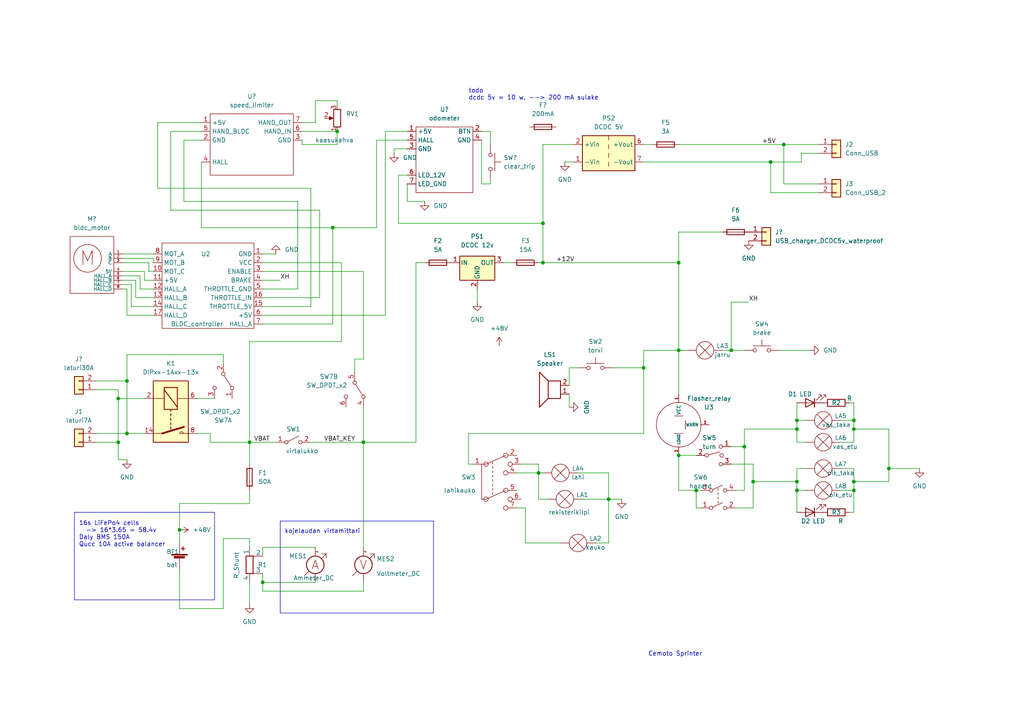
<source format=kicad_sch>
(kicad_sch (version 20230121) (generator eeschema)
  (paper "A4")
  (lib_symbols
    (symbol "Connector_Generic:Conn_01x02" (pin_names (offset 1.016) hide)
      (property "Reference" "J" (at 0 2.54 0))
      (property "Value" "Conn_01x02" (at 0 -5.08 0))
      (symbol "Conn_01x02_1_1"
        (rectangle (start -1.27 -2.413) (end 0 -2.667) (stroke (width 0.1524)))
        (rectangle (start -1.27 0.127) (end 0 -0.127) (stroke (width 0.1524)))
        (rectangle (start -1.27 1.27) (end 1.27 -3.81) (stroke (width 0.254)) (fill (type background)))
        (pin passive line (at -5.08 0 0) (length 3.81) (name "Pin_1") (number "1"))
        (pin passive line (at -5.08 -2.54 0) (length 3.81) (name "Pin_2") (number "2"))
      )
    )
    (symbol "Converter_DCDC:ITX0509SA-H"
      (property "Reference" "PS" (at -7.62 6.35 0))
      (property "Value" "ITX0509SA-H" (at 1.27 6.35 0))
      (symbol "ITX0509SA-H_0_0"
        (pin power_in line (at -10.16 -2.54 0) (length 2.54) (name "-Vin") (number "1"))
        (pin power_in line (at -10.16 2.54 0) (length 2.54) (name "+Vin") (number "2"))
        (pin power_out line (at 10.16 2.54 180) (length 2.54) (name "+Vout") (number "6"))
        (pin power_out line (at 10.16 -2.54 180) (length 2.54) (name "-Vout") (number "7"))
        (pin no_connect line (at 7.62 0 180) (length 2.54) hide (name "NC") (number "8"))
      )
      (symbol "ITX0509SA-H_0_1"
        (rectangle (start -7.62 5.08) (end 7.62 -5.08) (stroke (width 0.254)) (fill (type background)))
        (polyline (pts (xy 0 -2.54) (xy 0 -3.81)))
        (polyline (pts (xy 0 0) (xy 0 -1.27)))
        (polyline (pts (xy 0 2.54) (xy 0 1.27)))
        (polyline (pts (xy 0 5.08) (xy 0 3.81)))
      )
    )
    (symbol "Device:Ammeter_DC" (pin_numbers hide) (pin_names (offset 0.0254) hide)
      (property "Reference" "MES" (at -3.302 1.016 0))
      (property "Value" "Ammeter_DC" (at -3.302 -0.762 0))
      (symbol "Ammeter_DC_0_0"
        (polyline (pts (xy -3.175 -3.175) (xy -1.905 -1.905)))
        (polyline (pts (xy 1.905 1.905) (xy 3.175 3.175)))
        (polyline (pts (xy 1.905 3.175) (xy 3.175 3.175) (xy 3.175 1.905)))
        (text "A" (at 0 0 0) (effects (font (size 2.54 2.54))))
      )
      (symbol "Ammeter_DC_0_1"
        (polyline (pts (xy 0.254 3.81) (xy 0.762 3.81)))
        (polyline (pts (xy 0.508 4.064) (xy 0.508 3.556)))
        (circle (center 0 0) (radius 2.54) (stroke (width 0.254)))
      )
      (symbol "Ammeter_DC_1_1"
        (pin passive line (at 0 -5.08 90) (length 2.54) (name "-") (number "1"))
        (pin passive line (at 0 5.08 270) (length 2.54) (name "+") (number "2"))
      )
    )
    (symbol "Device:Battery_Cell" (pin_numbers hide) (pin_names (offset 0) hide)
      (property "Reference" "BT" (at 2.54 2.54 0))
      (property "Value" "Battery_Cell" (at 2.54 0 0))
      (symbol "Battery_Cell_0_1"
        (rectangle (start -2.286 1.778) (end 2.286 1.524) (fill (type outline)))
        (rectangle (start -1.5748 1.1938) (end 1.4732 0.6858) (fill (type outline)))
        (polyline (pts (xy 0 0.762) (xy 0 0)))
        (polyline (pts (xy 0 1.778) (xy 0 2.54)))
        (polyline (pts (xy 0.508 3.429) (xy 1.524 3.429)) (stroke (width 0.254)))
        (polyline (pts (xy 1.016 3.937) (xy 1.016 2.921)) (stroke (width 0.254)))
      )
      (symbol "Battery_Cell_1_1"
        (pin passive line (at 0 5.08 270) (length 2.54) (name "+") (number "1"))
        (pin passive line (at 0 -2.54 90) (length 2.54) (name "-") (number "2"))
      )
    )
    (symbol "Device:Fuse" (pin_numbers hide) (pin_names (offset 0))
      (property "Reference" "F" (at 2.032 0 90))
      (property "Value" "Fuse" (at -1.905 0 90))
      (symbol "Fuse_0_1"
        (rectangle (start -0.762 -2.54) (end 0.762 2.54) (stroke (width 0.254)))
        (polyline (pts (xy 0 2.54) (xy 0 -2.54)))
      )
      (symbol "Fuse_1_1"
        (pin passive line (at 0 3.81 270) (length 1.27) (name "~") (number "1"))
        (pin passive line (at 0 -3.81 90) (length 1.27) (name "~") (number "2"))
      )
    )
    (symbol "Device:LED" (pin_numbers hide) (pin_names (offset 1.016) hide)
      (property "Reference" "D" (at 0 2.54 0))
      (property "Value" "LED" (at 0 -2.54 0))
      (symbol "LED_0_1"
        (polyline (pts (xy -1.27 -1.27) (xy -1.27 1.27)) (stroke (width 0.254)))
        (polyline (pts (xy -1.27 0) (xy 1.27 0)))
        (polyline (pts (xy 1.27 -1.27) (xy 1.27 1.27) (xy -1.27 0) (xy 1.27 -1.27)) (stroke (width 0.254)))
        (polyline (pts (xy -3.048 -0.762) (xy -4.572 -2.286) (xy -3.81 -2.286) (xy -4.572 -2.286) (xy -4.572 -1.524)))
        (polyline (pts (xy -1.778 -0.762) (xy -3.302 -2.286) (xy -2.54 -2.286) (xy -3.302 -2.286) (xy -3.302 -1.524)))
      )
      (symbol "LED_1_1"
        (pin passive line (at -3.81 0 0) (length 2.54) (name "K") (number "1"))
        (pin passive line (at 3.81 0 180) (length 2.54) (name "A") (number "2"))
      )
    )
    (symbol "Device:Lamp" (pin_numbers hide) (pin_names (offset 0.0254) hide)
      (property "Reference" "LA" (at 0.635 3.81 0))
      (property "Value" "Lamp" (at 0.635 -3.81 0))
      (symbol "Lamp_0_1"
        (polyline (pts (xy -1.778 1.778) (xy 1.778 -1.778)))
        (polyline (pts (xy 1.778 1.778) (xy -1.778 -1.778)))
        (circle (center 0 0) (radius 2.54))
      )
      (symbol "Lamp_1_1"
        (pin passive line (at 0 -5.08 90) (length 2.54) (name "-") (number "1"))
        (pin passive line (at 0 5.08 270) (length 2.54) (name "+") (number "2"))
      )
    )
    (symbol "Device:R" (pin_numbers hide) (pin_names (offset 0))
      (property "Reference" "R" (at 2.032 0 90))
      (property "Value" "R" (at 0 0 90))
      (symbol "R_0_1"
        (rectangle (start -1.016 -2.54) (end 1.016 2.54) (stroke (width 0.254)))
      )
      (symbol "R_1_1"
        (pin passive line (at 0 3.81 270) (length 1.27) (name "~") (number "1"))
        (pin passive line (at 0 -3.81 90) (length 1.27) (name "~") (number "2"))
      )
    )
    (symbol "Device:R_Potentiometer" (pin_names (offset 1.016) hide)
      (property "Reference" "RV" (at -4.445 0 90))
      (property "Value" "R_Potentiometer" (at -2.54 0 90))
      (symbol "R_Potentiometer_0_1"
        (polyline (pts (xy 2.54 0) (xy 1.524 0)))
        (polyline (pts (xy 1.143 0) (xy 2.286 0.508) (xy 2.286 -0.508) (xy 1.143 0)) (fill (type outline)))
        (rectangle (start 1.016 2.54) (end -1.016 -2.54) (stroke (width 0.254)))
      )
      (symbol "R_Potentiometer_1_1"
        (pin passive line (at 0 3.81 270) (length 1.27) (name "1") (number "1"))
        (pin passive line (at 3.81 0 180) (length 1.27) (name "2") (number "2"))
        (pin passive line (at 0 -3.81 90) (length 1.27) (name "3") (number "3"))
      )
    )
    (symbol "Device:R_Shunt" (pin_numbers hide) (pin_names (offset 0))
      (property "Reference" "R" (at -4.445 0 90))
      (property "Value" "R_Shunt" (at -2.54 0 90))
      (symbol "R_Shunt_0_1"
        (rectangle (start -1.016 -2.54) (end 1.016 2.54) (stroke (width 0.254)))
        (polyline (pts (xy 0 -2.54) (xy 1.27 -2.54)))
        (polyline (pts (xy 1.27 2.54) (xy 0 2.54)))
      )
      (symbol "R_Shunt_1_1"
        (pin passive line (at 0 5.08 270) (length 2.54) (name "1") (number "1"))
        (pin passive line (at 3.81 2.54 180) (length 2.54) (name "2") (number "2"))
        (pin passive line (at 3.81 -2.54 180) (length 2.54) (name "3") (number "3"))
        (pin passive line (at 0 -5.08 90) (length 2.54) (name "4") (number "4"))
      )
    )
    (symbol "Device:Speaker" (pin_names (offset 0) hide)
      (property "Reference" "LS" (at 1.27 5.715 0))
      (property "Value" "Speaker" (at 1.27 3.81 0))
      (symbol "Speaker_0_0"
        (rectangle (start -2.54 1.27) (end 1.016 -3.81) (stroke (width 0.254)))
        (polyline (pts (xy 1.016 1.27) (xy 3.556 3.81) (xy 3.556 -6.35) (xy 1.016 -3.81)) (stroke (width 0.254)))
      )
      (symbol "Speaker_1_1"
        (pin input line (at -5.08 0 0) (length 2.54) (name "1") (number "1"))
        (pin input line (at -5.08 -2.54 0) (length 2.54) (name "2") (number "2"))
      )
    )
    (symbol "Device:Voltmeter_DC" (pin_numbers hide) (pin_names (offset 0.0254) hide)
      (property "Reference" "MES" (at -3.302 1.016 0))
      (property "Value" "Voltmeter_DC" (at -3.302 -0.762 0))
      (symbol "Voltmeter_DC_0_0"
        (polyline (pts (xy -3.175 -3.175) (xy -1.905 -1.905)))
        (polyline (pts (xy 1.905 1.905) (xy 3.175 3.175)))
        (polyline (pts (xy 1.905 3.175) (xy 3.175 3.175) (xy 3.175 1.905)))
        (text "V" (at 0 0 0) (effects (font (size 2.54 2.54))))
      )
      (symbol "Voltmeter_DC_0_1"
        (polyline (pts (xy 0.254 3.81) (xy 0.762 3.81)))
        (polyline (pts (xy 0.508 4.064) (xy 0.508 3.556)))
        (circle (center 0 0) (radius 2.54) (stroke (width 0.254)))
      )
      (symbol "Voltmeter_DC_1_1"
        (pin passive line (at 0 -5.08 90) (length 2.54) (name "-") (number "1"))
        (pin passive line (at 0 5.08 270) (length 2.54) (name "+") (number "2"))
      )
    )
    (symbol "Regulator_Switching:R-78C12-1.0" (pin_names (offset 0.254))
      (property "Reference" "U" (at -3.81 3.175 0))
      (property "Value" "R-78C12-1.0" (at 0 3.175 0))
      (symbol "R-78C12-1.0_0_1"
        (rectangle (start -5.08 1.905) (end 5.08 -5.08) (stroke (width 0.254)) (fill (type background)))
      )
      (symbol "R-78C12-1.0_1_1"
        (pin power_in line (at -7.62 0 0) (length 2.54) (name "IN") (number "1"))
        (pin power_in line (at 0 -7.62 90) (length 2.54) (name "GND") (number "2"))
        (pin power_out line (at 7.62 0 180) (length 2.54) (name "OUT") (number "3"))
      )
    )
    (symbol "Relay:DIPxx-1Axx-13x"
      (property "Reference" "K" (at 8.89 3.81 0))
      (property "Value" "DIPxx-1Axx-13x" (at 8.89 1.27 0))
      (symbol "DIPxx-1Axx-13x_0_0"
        (polyline (pts (xy 5.08 5.08) (xy 5.08 2.54) (xy 4.445 3.175) (xy 5.08 3.81)))
      )
      (symbol "DIPxx-1Axx-13x_0_1"
        (rectangle (start -10.16 5.08) (end 7.62 -5.08) (stroke (width 0.254)) (fill (type background)))
        (rectangle (start -8.255 1.905) (end -1.905 -1.905) (stroke (width 0.254)))
        (polyline (pts (xy -7.62 -1.905) (xy -2.54 1.905)) (stroke (width 0.254)))
        (polyline (pts (xy -5.08 -5.08) (xy -5.08 -1.905)))
        (polyline (pts (xy -5.08 5.08) (xy -5.08 1.905)))
        (polyline (pts (xy -1.905 0) (xy -1.27 0)) (stroke (width 0.254)))
        (polyline (pts (xy -0.635 0) (xy 0 0)) (stroke (width 0.254)))
        (polyline (pts (xy 0.635 0) (xy 1.27 0)) (stroke (width 0.254)))
        (polyline (pts (xy 1.905 0) (xy 2.54 0)) (stroke (width 0.254)))
        (polyline (pts (xy 3.175 0) (xy 3.81 0)) (stroke (width 0.254)))
        (polyline (pts (xy 5.08 -2.54) (xy 3.175 3.81)) (stroke (width 0.508)))
        (polyline (pts (xy 5.08 -2.54) (xy 5.08 -5.08)))
      )
      (symbol "DIPxx-1Axx-13x_1_1"
        (pin passive line (at 5.08 -7.62 90) (length 2.54) (name "~") (number "14"))
        (pin passive line (at -5.08 -7.62 90) (length 2.54) (name "~") (number "2"))
        (pin passive line (at -5.08 7.62 270) (length 2.54) (name "~") (number "6"))
        (pin passive line (at 5.08 7.62 270) (length 2.54) (name "~") (number "8"))
      )
    )
    (symbol "Switch:SW_DPDT_x2" (pin_names (offset 0) hide)
      (property "Reference" "SW" (at 0 4.318 0))
      (property "Value" "SW_DPDT_x2" (at 0 -5.08 0))
      (symbol "SW_DPDT_x2_0_0"
        (circle (center -2.032 0) (radius 0.508))
        (circle (center 2.032 -2.54) (radius 0.508))
      )
      (symbol "SW_DPDT_x2_0_1"
        (polyline (pts (xy -1.524 0.254) (xy 1.651 2.286)))
        (circle (center 2.032 2.54) (radius 0.508))
      )
      (symbol "SW_DPDT_x2_1_1"
        (pin passive line (at 5.08 2.54 180) (length 2.54) (name "A") (number "1"))
        (pin passive line (at -5.08 0 0) (length 2.54) (name "B") (number "2"))
        (pin passive line (at 5.08 -2.54 180) (length 2.54) (name "C") (number "3"))
      )
      (symbol "SW_DPDT_x2_2_1"
        (pin passive line (at 5.08 2.54 180) (length 2.54) (name "A") (number "4"))
        (pin passive line (at -5.08 0 0) (length 2.54) (name "B") (number "5"))
        (pin passive line (at 5.08 -2.54 180) (length 2.54) (name "C") (number "6"))
      )
    )
    (symbol "Switch:SW_DPST" (pin_names (offset 0) hide)
      (property "Reference" "SW" (at 0 5.08 0))
      (property "Value" "SW_DPST" (at 0 -5.08 0))
      (symbol "SW_DPST_0_0"
        (circle (center -2.032 -2.54) (radius 0.508))
        (circle (center -2.032 2.54) (radius 0.508))
        (polyline (pts (xy -1.524 -2.286) (xy 1.27 -1.016)))
        (polyline (pts (xy -1.524 2.794) (xy 1.27 4.064)))
        (polyline (pts (xy 0 -1.27) (xy 0 -0.635)))
        (polyline (pts (xy 0 0) (xy 0 0.635)))
        (polyline (pts (xy 0 1.27) (xy 0 1.905)))
        (polyline (pts (xy 0 2.54) (xy 0 3.175)))
        (circle (center 2.032 -2.54) (radius 0.508))
        (circle (center 2.032 2.54) (radius 0.508))
      )
      (symbol "SW_DPST_1_1"
        (pin passive line (at -5.08 -2.54 0) (length 2.54) (name "1") (number "1"))
        (pin passive line (at 5.08 -2.54 180) (length 2.54) (name "2") (number "2"))
        (pin passive line (at -5.08 2.54 0) (length 2.54) (name "3") (number "3"))
        (pin passive line (at 5.08 2.54 180) (length 2.54) (name "4") (number "4"))
      )
    )
    (symbol "Switch:SW_Push" (pin_numbers hide) (pin_names (offset 1.016) hide)
      (property "Reference" "SW" (at 1.27 2.54 0))
      (property "Value" "SW_Push" (at 0 -1.524 0))
      (symbol "SW_Push_0_1"
        (circle (center -2.032 0) (radius 0.508))
        (polyline (pts (xy 0 1.27) (xy 0 3.048)))
        (polyline (pts (xy 2.54 1.27) (xy -2.54 1.27)))
        (circle (center 2.032 0) (radius 0.508))
        (pin passive line (at -5.08 0 0) (length 2.54) (name "1") (number "1"))
        (pin passive line (at 5.08 0 180) (length 2.54) (name "2") (number "2"))
      )
    )
    (symbol "Switch:SW_SPDT_MSM" (pin_names (offset 0) hide)
      (property "Reference" "SW" (at 0 5.08 0))
      (property "Value" "SW_SPDT_MSM" (at 0 -5.08 0))
      (symbol "SW_SPDT_MSM_0_0"
        (circle (center -2.032 0) (radius 0.508))
        (polyline (pts (xy -1.524 0.127) (xy 1.778 1.016)))
        (circle (center 2.032 -2.54) (radius 0.508))
      )
      (symbol "SW_SPDT_MSM_0_1"
        (circle (center 2.032 2.54) (radius 0.508))
        (circle (center 2.286 0) (radius 0.508))
      )
      (symbol "SW_SPDT_MSM_1_1"
        (pin passive line (at 5.08 2.54 180) (length 2.54) (name "1") (number "1"))
        (pin passive line (at -5.08 0 0) (length 2.54) (name "2") (number "2"))
        (pin passive line (at 5.08 -2.54 180) (length 2.54) (name "3") (number "3"))
      )
    )
    (symbol "Switch:SW_SPST" (pin_names (offset 0) hide)
      (property "Reference" "SW" (at 0 3.175 0))
      (property "Value" "SW_SPST" (at 0 -2.54 0))
      (symbol "SW_SPST_0_0"
        (circle (center -2.032 0) (radius 0.508))
        (polyline (pts (xy -1.524 0.254) (xy 1.524 1.778)))
        (circle (center 2.032 0) (radius 0.508))
      )
      (symbol "SW_SPST_1_1"
        (pin passive line (at -5.08 0 0) (length 2.54) (name "A") (number "1"))
        (pin passive line (at 5.08 0 180) (length 2.54) (name "B") (number "2"))
      )
    )
    (symbol "cemoto:BLDC_controller"
      (property "Reference" "U2" (at 0 7.62 0))
      (property "Value" "BLDC_controller" (at -2.54 -12.7 0))
      (symbol "BLDC_controller_0_1"
        (rectangle (start -12.7 10.795) (end 13.97 -13.97))
      )
      (symbol "BLDC_controller_1_1"
        (pin power_in line (at 16.51 7.62 180) (length 2.54) (name "GND") (number "1"))
        (pin power_out line (at -15.24 2.54 0) (length 2.54) (name "MOT_C") (number "10"))
        (pin output line (at -15.24 0 0) (length 2.54) (name "+5V") (number "11"))
        (pin input line (at -15.24 -2.54 0) (length 2.54) (name "HALL_A") (number "12"))
        (pin input line (at -15.24 -5.08 0) (length 2.54) (name "HALL_B") (number "13"))
        (pin input line (at -15.24 -7.62 0) (length 2.54) (name "HALL_C") (number "14"))
        (pin output line (at 16.51 -7.62 180) (length 2.54) (name "THROTTLE_5V") (number "15"))
        (pin input line (at 16.51 -5.08 180) (length 2.54) (name "THROTTLE_IN") (number "16"))
        (pin input line (at -15.24 -10.16 0) (length 2.54) (name "HALL_D") (number "17"))
        (pin power_in line (at 16.51 5.08 180) (length 2.54) (name "VCC") (number "2"))
        (pin input line (at 16.51 2.54 180) (length 2.54) (name "ENABLE") (number "3"))
        (pin input line (at 16.51 0 180) (length 2.54) (name "BRAKE") (number "4"))
        (pin output line (at 16.51 -2.54 180) (length 2.54) (name "THROTTLE_GND") (number "5"))
        (pin output line (at 16.51 -10.16 180) (length 2.54) (name "+5V") (number "6"))
        (pin output line (at 16.51 -12.7 180) (length 2.54) (name "HALL_A") (number "7"))
        (pin power_out line (at -15.24 7.62 0) (length 2.54) (name "MOT_A") (number "8"))
        (pin power_out line (at -15.24 5.08 0) (length 2.54) (name "MOT_B") (number "9"))
      )
    )
    (symbol "cemoto:Flasher_relay"
      (property "Reference" "U" (at -3.81 0 0))
      (property "Value" "Flasher_relay" (at -7.62 7.62 0))
      (symbol "Flasher_relay_0_1"
        (polyline (pts (xy -1.27 -2.54) (xy 1.27 -2.54)))
        (polyline (pts (xy 1.27 2.54) (xy -1.27 2.54)))
        (polyline (pts (xy 1.905 1.27) (xy 1.905 -1.27)))
        (circle (center 0 0) (radius 6.4758))
      )
      (symbol "Flasher_relay_1_1"
        (pin power_in line (at 0 8.89 270) (length 2.54) (name "VCC") (number "1"))
        (pin power_out line (at 0 -8.89 90) (length 2.54) (name "LOAD") (number "2"))
        (pin power_in line (at 8.89 0 180) (length 2.54) (name "WARN") (number "3"))
      )
    )
    (symbol "cemoto:Rotary2x3"
      (property "Reference" "SW" (at 1.27 8.255 0))
      (property "Value" "Rotary2x3" (at 1.27 10.795 0))
      (symbol "Rotary2x3_0_0"
        (polyline (pts (xy -2.54 -6.35) (xy -2.54 3.81)))
      )
      (symbol "Rotary2x3_0_1"
        (circle (center -1.27 -6.35) (radius 0.635))
        (circle (center -1.27 3.81) (radius 0.635))
        (polyline (pts (xy -1.27 -6.35) (xy -2.54 -6.35)))
        (polyline (pts (xy -1.27 -6.35) (xy 4.445 -3.81)))
        (polyline (pts (xy -1.27 3.81) (xy -2.54 3.81)))
        (polyline (pts (xy -1.27 3.81) (xy 4.445 6.35)))
        (polyline (pts (xy 0.635 -5.08) (xy 0.635 -4.445)))
        (polyline (pts (xy 0.635 -3.81) (xy 0.635 -3.175)))
        (polyline (pts (xy 0.635 -2.54) (xy 0.635 -1.905)))
        (polyline (pts (xy 0.635 -1.27) (xy 0.635 -0.635)))
        (polyline (pts (xy 0.635 0) (xy 0.635 0.635)))
        (polyline (pts (xy 0.635 1.27) (xy 0.635 1.905)))
        (polyline (pts (xy 0.635 2.54) (xy 0.635 3.175)))
        (polyline (pts (xy 0.635 3.81) (xy 0.635 4.445)))
        (circle (center 4.445 -8.89) (radius 0.635))
        (circle (center 4.445 -3.81) (radius 0.635))
        (circle (center 4.445 1.27) (radius 0.635))
        (circle (center 4.445 6.35) (radius 0.635))
        (circle (center 5.715 -6.35) (radius 0.635))
        (circle (center 5.715 3.81) (radius 0.635))
      )
      (symbol "Rotary2x3_1_1"
        (pin input line (at -5.08 3.81 0) (length 2.54) (name "") (number "1"))
        (pin output line (at 7.62 6.35 180) (length 2.54) (name "") (number "2"))
        (pin output line (at 8.89 3.81 180) (length 2.54) (name "") (number "3"))
        (pin output line (at 7.62 1.27 180) (length 2.54) (name "") (number "4"))
        (pin output line (at 7.62 -3.81 180) (length 2.54) (name "") (number "5"))
        (pin output line (at 8.89 -6.35 180) (length 2.54) (name "") (number "6"))
        (pin output line (at 7.62 -8.89 180) (length 2.54) (name "") (number "7"))
      )
    )
    (symbol "cemoto:bldc_motor"
      (property "Reference" "M" (at -2.54 -5.08 0))
      (property "Value" "bldc_motor" (at 1.27 5.08 0))
      (symbol "bldc_motor_0_0"
        (rectangle (start 7.62 6.35) (end -5.08 -10.16))
        (text "M" (at 0 0 0) (effects (font (size 4 4))))
      )
      (symbol "bldc_motor_0_1"
        (circle (center 0 0) (radius 4.0161))
      )
      (symbol "bldc_motor_1_1"
        (pin bidirectional line (at 10.16 1.27 180) (length 2.54) (name "A") (number "1"))
        (pin bidirectional line (at 10.16 0 180) (length 2.54) (name "B") (number "2"))
        (pin bidirectional line (at 10.16 -1.27 180) (length 2.54) (name "C") (number "3"))
        (pin input line (at 10.16 -3.81 180) (length 2.54) (name "5V") (number "4"))
        (pin output line (at 10.16 -5.08 180) (length 2.54) (name "HALL_A") (number "5"))
        (pin output line (at 10.16 -6.35 180) (length 2.54) (name "HALL_B") (number "6"))
        (pin output line (at 10.16 -7.62 180) (length 2.54) (name "HALL_C") (number "7"))
        (pin output line (at 10.16 -8.89 180) (length 2.54) (name "HALL_D") (number "8"))
      )
    )
    (symbol "cemoto:odometer"
      (property "Reference" "U" (at 0 0 0))
      (property "Value" "odometer" (at 0 -1.27 0))
      (symbol "odometer_0_1"
        (polyline (pts (xy -8.89 8.89) (xy -8.89 -10.16) (xy 7.62 -10.16) (xy 7.62 8.89) (xy -8.89 8.89)))
      )
      (symbol "odometer_1_1"
        (pin input line (at -11.43 7.62 0) (length 2.54) (name "+5V") (number "1"))
        (pin input line (at 10.16 7.62 180) (length 2.54) (name "BTN") (number "2"))
        (pin input line (at -11.43 2.54 0) (length 2.54) (name "GND") (number "3"))
        (pin input line (at 10.16 5.08 180) (length 2.54) (name "GND") (number "4"))
        (pin input line (at -11.43 5.08 0) (length 2.54) (name "HALL") (number "5"))
        (pin input line (at -11.43 -5.08 0) (length 2.54) (name "LED_12V") (number "6"))
        (pin input line (at -11.43 -7.62 0) (length 2.54) (name "LED_GND") (number "7"))
      )
    )
    (symbol "cemoto:speed_limiter"
      (property "Reference" "U" (at 2.54 -5.08 0))
      (property "Value" "speed_limiter" (at 0 -1.27 0))
      (symbol "speed_limiter_0_1"
        (polyline (pts (xy -12.7 8.89) (xy -12.7 -8.89) (xy 11.43 -8.89) (xy 11.43 8.89) (xy -12.7 8.89)))
      )
      (symbol "speed_limiter_1_1"
        (pin input line (at -15.24 6.35 0) (length 2.54) (name "+5V") (number "1"))
        (pin input line (at -15.24 1.27 0) (length 2.54) (name "GND") (number "2"))
        (pin output line (at 13.97 1.27 180) (length 2.54) (name "GND") (number "3"))
        (pin input line (at -15.24 -5.08 0) (length 2.54) (name "HALL") (number "4"))
        (pin output line (at -15.24 3.81 0) (length 2.54) (name "HAND_BLDC") (number "5"))
        (pin input line (at 13.97 3.81 180) (length 2.54) (name "HAND_IN") (number "6"))
        (pin output line (at 13.97 6.35 180) (length 2.54) (name "HAND_OUT") (number "7"))
      )
    )
    (symbol "power:+48V" (power) (pin_names (offset 0))
      (property "Value" "+48V" (at 0 3.556 0))
      (symbol "+48V_0_1"
        (polyline (pts (xy -0.762 1.27) (xy 0 2.54)))
        (polyline (pts (xy 0 0) (xy 0 2.54)))
        (polyline (pts (xy 0 2.54) (xy 0.762 1.27)))
      )
      (symbol "+48V_1_1"
        (pin power_in line (at 0 0 90) (length 0) hide (name "+48V") (number "1"))
      )
    )
    (symbol "power:GND" (power) (pin_names (offset 0))
      (property "Value" "GND" (at 0 -3.81 0))
      (symbol "GND_0_1"
        (polyline (pts (xy 0 0) (xy 0 -1.27) (xy 1.27 -1.27) (xy 0 -2.54) (xy -1.27 -1.27) (xy 0 -1.27)))
      )
      (symbol "GND_1_1"
        (pin power_in line (at 0 0 270) (length 0) hide (name "GND") (number "1"))
      )
    )
  )
  (junction (at 247.65 142.24))
  (junction (at 36.83 110.49))
  (junction (at 247.65 121.92))
  (junction (at 231.14 139.7))
  (junction (at 223.52 46.99))
  (junction (at 218.44 139.7))
  (junction (at 196.85 132.08))
  (junction (at 52.07 153.67))
  (junction (at 34.29 115.57))
  (junction (at 196.85 76.2))
  (junction (at 96.52 66.04))
  (junction (at 231.14 142.24))
  (junction (at 157.48 76.2))
  (junction (at 247.65 124.46))
  (junction (at 215.9 129.54))
  (junction (at 257.81 135.89))
  (junction (at 72.39 128.27))
  (junction (at 186.69 106.68))
  (junction (at 105.41 128.27))
  (junction (at 212.09 101.6))
  (junction (at 201.93 142.24))
  (junction (at 176.53 144.78))
  (junction (at 76.2 168.91))
  (junction (at 97.79 38.1))
  (junction (at 227.33 41.91))
  (junction (at 36.83 125.73))
  (junction (at 231.14 124.46))
  (junction (at 156.21 137.16))
  (junction (at 157.48 64.77))
  (junction (at 247.65 139.7))
  (junction (at 34.29 128.27))
  (junction (at 231.14 121.92))
  (junction (at 196.85 101.6))
  (wire (pts (xy 52.07 146.05) (xy 72.39 146.05)))
  (wire (pts (xy 96.52 66.04) (xy 96.52 93.98)))
  (wire (pts (xy 247.65 139.7) (xy 257.81 139.7)))
  (wire (pts (xy 142.24 53.34) (xy 142.24 52.07)))
  (wire (pts (xy 36.83 83.82) (xy 36.83 91.44)))
  (wire (pts (xy 86.36 83.82) (xy 86.36 58.42)))
  (wire (pts (xy 223.52 55.88) (xy 237.49 55.88)))
  (wire (pts (xy 196.85 132.08) (xy 201.93 132.08)))
  (wire (pts (xy 35.56 74.93) (xy 44.45 74.93)))
  (wire (pts (xy 76.2 86.36) (xy 92.71 86.36)))
  (wire (pts (xy 218.44 139.7) (xy 218.44 134.62)))
  (wire (pts (xy 49.53 60.96) (xy 92.71 60.96)))
  (wire (pts (xy 149.86 137.16) (xy 156.21 137.16)))
  (wire (pts (xy 223.52 55.88) (xy 223.52 46.99)))
  (wire (pts (xy 196.85 101.6) (xy 199.39 101.6)))
  (wire (pts (xy 52.07 153.67) (xy 52.07 146.05)))
  (wire (pts (xy 120.65 76.2) (xy 123.19 76.2)))
  (wire (pts (xy 157.48 41.91) (xy 157.48 64.77)))
  (polyline (pts (xy 62.23 148.59) (xy 62.23 173.99)))
  (wire (pts (xy 247.65 124.46) (xy 257.81 124.46)))
  (wire (pts (xy 168.91 144.78) (xy 176.53 144.78)))
  (wire (pts (xy 227.33 53.34) (xy 237.49 53.34)))
  (wire (pts (xy 227.33 41.91) (xy 237.49 41.91)))
  (wire (pts (xy 157.48 64.77) (xy 157.48 76.2)))
  (polyline (pts (xy 125.73 151.13) (xy 81.28 151.13)))
  (wire (pts (xy 109.22 40.64) (xy 109.22 66.04)))
  (wire (pts (xy 91.44 168.91) (xy 76.2 168.91)))
  (wire (pts (xy 87.63 40.64) (xy 87.63 41.91)))
  (wire (pts (xy 233.68 135.89) (xy 231.14 135.89)))
  (wire (pts (xy 52.07 176.53) (xy 64.77 176.53)))
  (wire (pts (xy 176.53 157.48) (xy 172.72 157.48)))
  (wire (pts (xy 43.18 76.2) (xy 43.18 78.74)))
  (wire (pts (xy 138.43 83.82) (xy 138.43 87.63)))
  (wire (pts (xy 231.14 148.59) (xy 231.14 142.24)))
  (wire (pts (xy 35.56 78.74) (xy 41.91 78.74)))
  (wire (pts (xy 105.41 78.74) (xy 76.2 78.74)))
  (wire (pts (xy 34.29 115.57) (xy 34.29 128.27)))
  (wire (pts (xy 72.39 168.91) (xy 72.39 175.26)))
  (wire (pts (xy 201.93 142.24) (xy 196.85 142.24)))
  (wire (pts (xy 53.34 40.64) (xy 58.42 40.64)))
  (wire (pts (xy 76.2 158.75) (xy 76.2 161.29)))
  (polyline (pts (xy 21.59 173.99) (xy 21.59 148.59)))
  (wire (pts (xy 114.3 44.45) (xy 114.3 43.18)))
  (wire (pts (xy 247.65 116.84) (xy 247.65 121.92)))
  (wire (pts (xy 52.07 165.1) (xy 52.07 176.53)))
  (wire (pts (xy 166.37 46.99) (xy 163.83 46.99)))
  (wire (pts (xy 157.48 76.2) (xy 196.85 76.2)))
  (wire (pts (xy 87.63 41.91) (xy 97.79 41.91)))
  (wire (pts (xy 105.41 128.27) (xy 120.65 128.27)))
  (wire (pts (xy 34.29 133.35) (xy 34.29 128.27)))
  (wire (pts (xy 176.53 144.78) (xy 180.34 144.78)))
  (wire (pts (xy 36.83 91.44) (xy 44.45 91.44)))
  (wire (pts (xy 139.7 53.34) (xy 142.24 53.34)))
  (wire (pts (xy 257.81 124.46) (xy 257.81 135.89)))
  (wire (pts (xy 226.06 101.6) (xy 234.95 101.6)))
  (wire (pts (xy 90.17 128.27) (xy 105.41 128.27)))
  (wire (pts (xy 45.72 35.56) (xy 58.42 35.56)))
  (wire (pts (xy 49.53 38.1) (xy 49.53 60.96)))
  (wire (pts (xy 34.29 115.57) (xy 41.91 115.57)))
  (wire (pts (xy 243.84 142.24) (xy 247.65 142.24)))
  (wire (pts (xy 99.06 76.2) (xy 99.06 99.06)))
  (polyline (pts (xy 125.73 177.8) (xy 125.73 151.13)))
  (wire (pts (xy 72.39 134.62) (xy 72.39 128.27)))
  (wire (pts (xy 167.64 137.16) (xy 176.53 137.16)))
  (wire (pts (xy 186.69 46.99) (xy 223.52 46.99)))
  (wire (pts (xy 156.21 134.62) (xy 156.21 137.16)))
  (wire (pts (xy 186.69 106.68) (xy 186.69 101.6)))
  (wire (pts (xy 97.79 38.1) (xy 97.79 41.91)))
  (wire (pts (xy 247.65 121.92) (xy 247.65 124.46)))
  (wire (pts (xy 257.81 135.89) (xy 257.81 139.7)))
  (wire (pts (xy 218.44 139.7) (xy 218.44 147.32)))
  (wire (pts (xy 156.21 137.16) (xy 157.48 137.16)))
  (wire (pts (xy 232.41 46.99) (xy 232.41 44.45)))
  (wire (pts (xy 118.11 58.42) (xy 123.19 58.42)))
  (wire (pts (xy 96.52 93.98) (xy 76.2 93.98)))
  (wire (pts (xy 64.77 105.41) (xy 64.77 102.87)))
  (wire (pts (xy 60.96 125.73) (xy 60.96 128.27)))
  (wire (pts (xy 151.13 134.62) (xy 156.21 134.62)))
  (wire (pts (xy 105.41 104.14) (xy 105.41 78.74)))
  (wire (pts (xy 105.41 168.91) (xy 105.41 171.45)))
  (wire (pts (xy 209.55 67.31) (xy 196.85 67.31)))
  (wire (pts (xy 115.57 64.77) (xy 157.48 64.77)))
  (wire (pts (xy 165.1 106.68) (xy 165.1 111.76)))
  (wire (pts (xy 102.87 107.95) (xy 102.87 104.14)))
  (wire (pts (xy 243.84 128.27) (xy 247.65 128.27)))
  (wire (pts (xy 212.09 134.62) (xy 218.44 134.62)))
  (wire (pts (xy 186.69 101.6) (xy 196.85 101.6)))
  (wire (pts (xy 27.94 125.73) (xy 36.83 125.73)))
  (wire (pts (xy 27.94 128.27) (xy 34.29 128.27)))
  (wire (pts (xy 111.76 38.1) (xy 118.11 38.1)))
  (wire (pts (xy 86.36 58.42) (xy 53.34 58.42)))
  (wire (pts (xy 57.15 125.73) (xy 60.96 125.73)))
  (wire (pts (xy 76.2 81.28) (xy 81.28 81.28)))
  (polyline (pts (xy 62.23 173.99) (xy 21.59 173.99)))
  (wire (pts (xy 156.21 76.2) (xy 157.48 76.2)))
  (wire (pts (xy 40.64 80.01) (xy 35.56 80.01)))
  (wire (pts (xy 52.07 157.48) (xy 52.07 153.67)))
  (wire (pts (xy 90.17 54.61) (xy 45.72 54.61)))
  (polyline (pts (xy 81.28 151.13) (xy 81.28 153.67)))
  (wire (pts (xy 135.89 134.62) (xy 137.16 134.62)))
  (wire (pts (xy 186.69 41.91) (xy 189.23 41.91)))
  (wire (pts (xy 176.53 144.78) (xy 176.53 157.48)))
  (wire (pts (xy 243.84 135.89) (xy 247.65 135.89)))
  (wire (pts (xy 105.41 118.11) (xy 105.41 128.27)))
  (wire (pts (xy 152.4 147.32) (xy 152.4 157.48)))
  (wire (pts (xy 146.05 76.2) (xy 148.59 76.2)))
  (wire (pts (xy 114.3 43.18) (xy 118.11 43.18)))
  (wire (pts (xy 231.14 121.92) (xy 231.14 124.46)))
  (wire (pts (xy 118.11 40.64) (xy 109.22 40.64)))
  (wire (pts (xy 41.91 81.28) (xy 44.45 81.28)))
  (wire (pts (xy 157.48 41.91) (xy 166.37 41.91)))
  (wire (pts (xy 97.79 29.21) (xy 97.79 30.48)))
  (wire (pts (xy 142.24 38.1) (xy 142.24 41.91)))
  (wire (pts (xy 87.63 38.1) (xy 97.79 38.1)))
  (wire (pts (xy 36.83 102.87) (xy 36.83 110.49)))
  (wire (pts (xy 91.44 158.75) (xy 76.2 158.75)))
  (wire (pts (xy 115.57 50.8) (xy 115.57 64.77)))
  (wire (pts (xy 156.21 137.16) (xy 156.21 144.78)))
  (wire (pts (xy 135.89 125.73) (xy 135.89 134.62)))
  (wire (pts (xy 243.84 121.92) (xy 247.65 121.92)))
  (polyline (pts (xy 21.59 148.59) (xy 62.23 148.59)))
  (wire (pts (xy 38.1 88.9) (xy 38.1 82.55)))
  (wire (pts (xy 201.93 147.32) (xy 201.93 142.24)))
  (polyline (pts (xy 81.28 153.67) (xy 81.28 177.8)))
  (wire (pts (xy 36.83 125.73) (xy 41.91 125.73)))
  (wire (pts (xy 44.45 74.93) (xy 44.45 76.2)))
  (wire (pts (xy 43.18 78.74) (xy 44.45 78.74)))
  (wire (pts (xy 212.09 101.6) (xy 215.9 101.6)))
  (wire (pts (xy 149.86 147.32) (xy 152.4 147.32)))
  (wire (pts (xy 176.53 137.16) (xy 176.53 144.78)))
  (wire (pts (xy 57.15 115.57) (xy 62.23 115.57)))
  (wire (pts (xy 223.52 46.99) (xy 232.41 46.99)))
  (wire (pts (xy 139.7 40.64) (xy 139.7 53.34)))
  (wire (pts (xy 105.41 128.27) (xy 105.41 158.75)))
  (wire (pts (xy 227.33 41.91) (xy 227.33 53.34)))
  (wire (pts (xy 38.1 82.55) (xy 35.56 82.55)))
  (wire (pts (xy 60.96 128.27) (xy 72.39 128.27)))
  (wire (pts (xy 177.8 106.68) (xy 186.69 106.68)))
  (wire (pts (xy 40.64 83.82) (xy 40.64 80.01)))
  (wire (pts (xy 64.77 102.87) (xy 36.83 102.87)))
  (wire (pts (xy 213.36 142.24) (xy 215.9 142.24)))
  (polyline (pts (xy 81.28 177.8) (xy 125.73 177.8)))
  (wire (pts (xy 266.7 135.89) (xy 257.81 135.89)))
  (wire (pts (xy 231.14 139.7) (xy 231.14 142.24)))
  (wire (pts (xy 231.14 124.46) (xy 231.14 128.27)))
  (wire (pts (xy 231.14 116.84) (xy 231.14 121.92)))
  (wire (pts (xy 233.68 121.92) (xy 231.14 121.92)))
  (wire (pts (xy 58.42 46.99) (xy 58.42 66.04)))
  (wire (pts (xy 152.4 157.48) (xy 162.56 157.48)))
  (wire (pts (xy 231.14 124.46) (xy 215.9 124.46)))
  (wire (pts (xy 212.09 87.63) (xy 217.17 87.63)))
  (wire (pts (xy 247.65 148.59) (xy 247.65 142.24)))
  (wire (pts (xy 39.37 81.28) (xy 39.37 86.36)))
  (wire (pts (xy 44.45 88.9) (xy 38.1 88.9)))
  (wire (pts (xy 72.39 128.27) (xy 80.01 128.27)))
  (wire (pts (xy 90.17 88.9) (xy 90.17 54.61)))
  (wire (pts (xy 35.56 73.66) (xy 44.45 73.66)))
  (wire (pts (xy 158.75 144.78) (xy 156.21 144.78)))
  (wire (pts (xy 41.91 78.74) (xy 41.91 81.28)))
  (wire (pts (xy 196.85 142.24) (xy 196.85 132.08)))
  (wire (pts (xy 44.45 83.82) (xy 40.64 83.82)))
  (wire (pts (xy 58.42 38.1) (xy 49.53 38.1)))
  (wire (pts (xy 102.87 104.14) (xy 105.41 104.14)))
  (wire (pts (xy 91.44 35.56) (xy 91.44 29.21)))
  (wire (pts (xy 246.38 116.84) (xy 247.65 116.84)))
  (wire (pts (xy 58.42 66.04) (xy 96.52 66.04)))
  (wire (pts (xy 196.85 41.91) (xy 227.33 41.91)))
  (wire (pts (xy 196.85 101.6) (xy 196.85 114.3)))
  (wire (pts (xy 45.72 54.61) (xy 45.72 35.56)))
  (wire (pts (xy 167.64 106.68) (xy 165.1 106.68)))
  (wire (pts (xy 36.83 110.49) (xy 36.83 125.73)))
  (wire (pts (xy 27.94 113.03) (xy 34.29 113.03)))
  (wire (pts (xy 215.9 124.46) (xy 215.9 129.54)))
  (wire (pts (xy 120.65 128.27) (xy 120.65 76.2)))
  (wire (pts (xy 76.2 168.91) (xy 76.2 166.37)))
  (wire (pts (xy 92.71 60.96) (xy 92.71 86.36)))
  (wire (pts (xy 231.14 142.24) (xy 233.68 142.24)))
  (wire (pts (xy 139.7 38.1) (xy 142.24 38.1)))
  (wire (pts (xy 72.39 142.24) (xy 72.39 146.05)))
  (wire (pts (xy 109.22 66.04) (xy 96.52 66.04)))
  (wire (pts (xy 27.94 110.49) (xy 36.83 110.49)))
  (wire (pts (xy 76.2 83.82) (xy 86.36 83.82)))
  (wire (pts (xy 35.56 81.28) (xy 39.37 81.28)))
  (wire (pts (xy 91.44 29.21) (xy 97.79 29.21)))
  (wire (pts (xy 111.76 91.44) (xy 111.76 38.1)))
  (wire (pts (xy 215.9 142.24) (xy 215.9 129.54)))
  (wire (pts (xy 247.65 135.89) (xy 247.65 139.7)))
  (wire (pts (xy 64.77 156.21) (xy 72.39 156.21)))
  (wire (pts (xy 76.2 91.44) (xy 111.76 91.44)))
  (wire (pts (xy 196.85 101.6) (xy 196.85 76.2)))
  (wire (pts (xy 209.55 101.6) (xy 212.09 101.6)))
  (wire (pts (xy 247.65 124.46) (xy 247.65 128.27)))
  (wire (pts (xy 72.39 99.06) (xy 72.39 128.27)))
  (wire (pts (xy 35.56 76.2) (xy 43.18 76.2)))
  (wire (pts (xy 53.34 58.42) (xy 53.34 40.64)))
  (wire (pts (xy 231.14 128.27) (xy 233.68 128.27)))
  (wire (pts (xy 118.11 50.8) (xy 115.57 50.8)))
  (wire (pts (xy 105.41 171.45) (xy 76.2 171.45)))
  (wire (pts (xy 135.89 125.73) (xy 186.69 125.73)))
  (wire (pts (xy 76.2 88.9) (xy 90.17 88.9)))
  (wire (pts (xy 34.29 133.35) (xy 36.83 133.35)))
  (wire (pts (xy 99.06 99.06) (xy 72.39 99.06)))
  (wire (pts (xy 232.41 44.45) (xy 237.49 44.45)))
  (wire (pts (xy 203.2 142.24) (xy 201.93 142.24)))
  (wire (pts (xy 64.77 156.21) (xy 64.77 176.53)))
  (wire (pts (xy 231.14 139.7) (xy 218.44 139.7)))
  (wire (pts (xy 246.38 148.59) (xy 247.65 148.59)))
  (wire (pts (xy 118.11 53.34) (xy 118.11 58.42)))
  (wire (pts (xy 212.09 101.6) (xy 212.09 87.63)))
  (wire (pts (xy 39.37 86.36) (xy 44.45 86.36)))
  (wire (pts (xy 35.56 83.82) (xy 36.83 83.82)))
  (wire (pts (xy 76.2 73.66) (xy 80.01 73.66)))
  (wire (pts (xy 196.85 67.31) (xy 196.85 76.2)))
  (wire (pts (xy 231.14 135.89) (xy 231.14 139.7)))
  (wire (pts (xy 76.2 171.45) (xy 76.2 168.91)))
  (wire (pts (xy 87.63 35.56) (xy 91.44 35.56)))
  (wire (pts (xy 247.65 139.7) (xy 247.65 142.24)))
  (wire (pts (xy 34.29 113.03) (xy 34.29 115.57)))
  (wire (pts (xy 215.9 129.54) (xy 212.09 129.54)))
  (wire (pts (xy 72.39 156.21) (xy 72.39 158.75)))
  (wire (pts (xy 213.36 147.32) (xy 218.44 147.32)))
  (wire (pts (xy 186.69 125.73) (xy 186.69 106.68)))
  (wire (pts (xy 165.1 114.3) (xy 165.1 118.11)))
  (wire (pts (xy 76.2 76.2) (xy 99.06 76.2)))
  (wire (pts (xy 203.2 147.32) (xy 201.93 147.32)))
  (text "kojelaudan virtamittari" (at 82.55 154.94 0) (effects (font (size 1.27 1.27)) (justify left bottom)))
  (text "Cemoto Sprinter" (at 187.96 190.5 0) (effects (font (size 1.27 1.27)) (justify left bottom)))
  (text "todo\ndcdc 5v = 10 w, --> 200 mA sulake" (at 135.89 29.21 0) (effects (font (size 1.27 1.27)) (justify left bottom)))
  (text "\n16s LiFePo4 cells\n  -> 16*3.65 = 58.4v\nDaly BMS 150A\nQucc 10A active balancer\n" (at 22.86 158.75 0) (effects (font (size 1.27 1.27)) (justify left bottom)))
  (label "+12V" (at 161.29 76.2 0))
  (label "XH" (at 217.17 87.63 0))
  (label "VBAT" (at 73.66 128.27 0))
  (label "XH" (at 81.28 81.28 0))
  (label "VBAT_KEY" (at 93.98 128.27 0))
  (label "+5V" (at 220.98 41.91 0))
  (symbol (lib_id "power:+48V") (at 144.78 100.33 0) (unit 1)
    (property "Reference" "#PWR?" (effects hide))
    (property "Value" "+48V" (at 144.78 95.25 0))
  )
  (symbol (lib_id "Device:R") (at 242.57 116.84 90) (unit 1)
    (property "Reference" "R2" (at 242.57 116.84 90))
    (property "Value" "R" (at 246.38 115.57 90))
  )
  (symbol (lib_id "cemoto:BLDC_controller") (at 59.69 81.28 0) (unit 1)
    (property "Reference" "U2" (at 59.69 73.66 0))
    (property "Value" "BLDC_controller" (at 57.15 93.98 0))
  )
  (symbol (lib_id "Switch:SW_DPST") (at 208.28 144.78 0) (unit 1)
    (property "Reference" "SW6" (at 203.2 138.43 0))
    (property "Value" "hazard" (at 203.2 140.97 0))
  )
  (symbol (lib_id "Device:R") (at 242.57 148.59 90) (unit 1)
    (property "Reference" "R3" (at 242.57 148.59 90))
    (property "Value" "R" (at 243.84 151.13 90))
  )
  (symbol (lib_id "Device:Speaker") (at 160.02 114.3 180) (unit 1)
    (property "Reference" "LS1" (at 159.512 102.87 0))
    (property "Value" "Speaker" (at 159.512 105.41 0))
  )
  (symbol (lib_id "cemoto:bldc_motor") (at 25.4 74.93 0) (unit 1)
    (property "Reference" "M?" (at 26.67 63.5 0))
    (property "Value" "bldc_motor" (at 26.67 66.04 0))
  )
  (symbol (lib_id "Connector_Generic:Conn_01x02") (at 22.86 128.27 180) (unit 1)
    (property "Reference" "J1" (at 22.86 119.38 0))
    (property "Value" "laturi7A" (at 22.86 121.92 0))
  )
  (symbol (lib_id "Device:R_Shunt") (at 72.39 163.83 0) (unit 1)
    (property "Reference" "R1" (at 77.47 163.83 0) (effects (justify right)))
    (property "Value" "R_Shunt" (at 68.58 160.02 90) (effects (justify right)))
  )
  (symbol (lib_id "power:GND") (at 163.83 46.99 0) (unit 1)
    (property "Reference" "#PWR0102" (effects hide))
    (property "Value" "GND" (at 163.83 52.07 0))
  )
  (symbol (lib_id "cemoto:Flasher_relay") (at 196.85 123.19 0) (unit 1)
    (property "Reference" "U3" (at 207.01 118.11 0) (effects (justify right)))
    (property "Value" "Flasher_relay" (at 212.09 115.57 0) (effects (justify right)))
  )
  (symbol (lib_id "Switch:SW_Push") (at 142.24 46.99 270) (unit 1)
    (property "Reference" "SW?" (at 146.05 45.7199 90) (effects (justify left)))
    (property "Value" "clear_trip" (at 146.05 48.2599 90) (effects (justify left)))
  )
  (symbol (lib_id "Device:Lamp") (at 238.76 128.27 90) (unit 1)
    (property "Reference" "LA6" (at 243.84 127 90))
    (property "Value" "vas_etu" (at 245.11 129.54 90))
  )
  (symbol (lib_id "cemoto:odometer") (at 129.54 45.72 0) (unit 1)
    (property "Reference" "U?" (at 128.905 31.75 0))
    (property "Value" "odometer" (at 128.905 34.29 0))
  )
  (symbol (lib_id "power:GND") (at 165.1 118.11 90) (unit 1)
    (property "Reference" "#PWR0101" (effects hide))
    (property "Value" "GND" (at 170.18 118.11 0))
  )
  (symbol (lib_id "Device:Fuse") (at 127 76.2 90) (unit 1)
    (property "Reference" "F2" (at 127 69.85 90))
    (property "Value" "5A" (at 127 72.39 90))
  )
  (symbol (lib_id "power:+48V") (at 52.07 153.67 270) (unit 1)
    (property "Reference" "#PWR?" (effects hide))
    (property "Value" "+48V" (at 55.88 153.6699 90) (effects (justify left)))
  )
  (symbol (lib_id "Device:Lamp") (at 167.64 157.48 90) (unit 1)
    (property "Reference" "LA2" (at 172.72 156.21 90))
    (property "Value" "kauko" (at 172.72 158.75 90))
  )
  (symbol (lib_id "Switch:SW_Push") (at 172.72 106.68 0) (unit 1)
    (property "Reference" "SW2" (at 172.72 99.06 0))
    (property "Value" "torvi" (at 172.72 101.6 0))
  )
  (symbol (lib_id "Device:Fuse") (at 152.4 76.2 90) (unit 1)
    (property "Reference" "F3" (at 152.4 69.85 90))
    (property "Value" "15A" (at 152.4 72.39 90))
  )
  (symbol (lib_id "Device:Lamp") (at 162.56 137.16 90) (unit 1)
    (property "Reference" "LA4" (at 167.64 135.89 90))
    (property "Value" "lahi" (at 167.64 138.43 90))
  )
  (symbol (lib_id "power:GND") (at 217.17 69.85 0) (unit 1)
    (property "Reference" "#PWR?" (effects hide))
    (property "Value" "GND" (at 217.17 74.93 0))
  )
  (symbol (lib_id "cemoto:Rotary2x3") (at 142.24 138.43 0) (unit 1)
    (property "Reference" "SW3" (at 135.89 138.43 0))
    (property "Value" "lahikauko" (at 133.35 142.24 0))
  )
  (symbol (lib_id "power:GND") (at 138.43 87.63 0) (unit 1)
    (property "Reference" "#PWR0111" (effects hide))
    (property "Value" "GND" (at 138.43 92.71 0))
  )
  (symbol (lib_id "Device:Lamp") (at 238.76 121.92 90) (unit 1)
    (property "Reference" "LA5" (at 243.84 120.65 90))
    (property "Value" "vas_taka" (at 242.57 123.19 90))
  )
  (symbol (lib_id "Connector_Generic:Conn_01x02") (at 242.57 53.34 0) (unit 1)
    (property "Reference" "J3" (at 245.11 53.3399 0) (effects (justify left)))
    (property "Value" "Conn_USB_2" (at 245.11 55.8799 0) (effects (justify left)))
  )
  (symbol (lib_id "Device:LED") (at 234.95 148.59 180) (unit 1)
    (property "Reference" "D2" (at 233.68 151.13 0))
    (property "Value" "LED" (at 237.49 151.13 0))
  )
  (symbol (lib_id "Device:Lamp") (at 204.47 101.6 90) (unit 1)
    (property "Reference" "LA3" (at 209.55 100.33 90))
    (property "Value" "jarru" (at 209.55 102.87 90))
  )
  (symbol (lib_id "Relay:DIPxx-1Axx-13x") (at 49.53 120.65 270) (unit 1)
    (property "Reference" "K1" (at 49.53 105.41 90))
    (property "Value" "DIPxx-1Axx-13x" (at 49.53 107.95 90))
    (property "Footprint" "Relay_THT:Relay_StandexMeder_DIP_LowProfile" (effects hide))
    (property "Datasheet" "https://standexelectronics.com/wp-content/uploads/datasheet_reed_relay_DIP.pdf" (effects hide))
  )
  (symbol (lib_id "Device:Fuse") (at 193.04 41.91 90) (unit 1)
    (property "Reference" "F5" (at 193.04 35.56 90))
    (property "Value" "3A" (at 193.04 38.1 90))
  )
  (symbol (lib_id "power:GND") (at 234.95 101.6 90) (unit 1)
    (property "Reference" "#PWR0108" (effects hide))
    (property "Value" "GND" (at 238.76 101.5999 90) (effects (justify right)))
  )
  (symbol (lib_id "Converter_DCDC:ITX0509SA-H") (at 176.53 44.45 0) (unit 1)
    (property "Reference" "PS2" (at 176.53 34.29 0))
    (property "Value" "DCDC 5V" (at 176.53 36.83 0))
    (property "Footprint" "Converter_DCDC:Converter_DCDC_XP_POWER-ITXxxxxSA_THT" (effects hide))
    (property "Datasheet" "https://www.xppower.com/pdfs/SF_ITX.pdf" (effects hide))
  )
  (symbol (lib_id "Connector_Generic:Conn_01x02") (at 222.25 67.31 0) (unit 1)
    (property "Reference" "J?" (at 224.79 67.3099 0) (effects (justify left)))
    (property "Value" "USB_charger_DCDC5v_waterproof" (at 224.79 69.8499 0) (effects (justify left)))
  )
  (symbol (lib_id "Device:Battery_Cell") (at 52.07 162.56 0) (unit 1)
    (property "Reference" "BT1" (at 48.26 160.02 0) (effects (justify left)))
    (property "Value" "bat" (at 48.26 163.83 0) (effects (justify left)))
  )
  (symbol (lib_id "Switch:SW_SPDT_MSM") (at 207.01 132.08 0) (unit 1)
    (property "Reference" "SW5" (at 205.74 127 0))
    (property "Value" "turn" (at 205.74 129.54 0))
  )
  (symbol (lib_id "power:GND") (at 266.7 135.89 0) (unit 1)
    (property "Reference" "#PWR0110" (effects hide))
    (property "Value" "GND" (at 266.7 140.97 0))
  )
  (symbol (lib_id "power:GND") (at 114.3 44.45 0) (unit 1)
    (property "Reference" "#PWR?" (effects hide))
    (property "Value" "GND" (at 116.84 45.7199 0) (effects (justify left)))
  )
  (symbol (lib_id "Connector_Generic:Conn_01x02") (at 22.86 113.03 180) (unit 1)
    (property "Reference" "J?" (at 22.86 104.14 0))
    (property "Value" "laturi30A" (at 22.86 106.68 0))
  )
  (symbol (lib_id "power:GND") (at 180.34 144.78 0) (unit 1)
    (property "Reference" "#PWR0109" (effects hide))
    (property "Value" "GND" (at 180.34 149.86 0))
  )
  (symbol (lib_id "Switch:SW_Push") (at 220.98 101.6 0) (unit 1)
    (property "Reference" "SW4" (at 220.98 93.98 0))
    (property "Value" "brake" (at 220.98 96.52 0))
  )
  (symbol (lib_id "Device:Fuse") (at 213.36 67.31 90) (unit 1)
    (property "Reference" "F6" (at 213.36 60.96 90))
    (property "Value" "5A" (at 213.36 63.5 90))
  )
  (symbol (lib_id "Device:R_Potentiometer") (at 97.79 34.29 180) (unit 1)
    (property "Reference" "RV1" (at 100.33 33.0199 0) (effects (justify right)))
    (property "Value" "kaasukahva" (at 91.44 40.64 0) (effects (justify right)))
  )
  (symbol (lib_id "Device:Fuse") (at 72.39 138.43 0) (unit 1)
    (property "Reference" "F1" (at 74.93 137.1599 0) (effects (justify left)))
    (property "Value" "50A" (at 74.93 139.6999 0) (effects (justify left)))
  )
  (symbol (lib_id "Regulator_Switching:R-78C12-1.0") (at 138.43 76.2 0) (unit 1)
    (property "Reference" "PS1" (at 138.43 68.58 0))
    (property "Value" "DCDC 12v" (at 138.43 71.12 0))
    (property "Footprint" "Converter_DCDC:Converter_DCDC_RECOM_R-78E-0.5_THT" (effects hide))
    (property "Datasheet" "https://www.recom-power.com/pdf/Innoline/R-78Cxx-1.0.pdf" (effects hide))
  )
  (symbol (lib_id "Device:LED") (at 234.95 116.84 180) (unit 1)
    (property "Reference" "D1" (at 229.87 114.3 0))
    (property "Value" "LED" (at 233.68 114.3 0))
  )
  (symbol (lib_id "power:GND") (at 72.39 175.26 0) (unit 1)
    (property "Reference" "#PWR0112" (effects hide))
    (property "Value" "GND" (at 72.39 180.34 0))
  )
  (symbol (lib_id "power:GND") (at 123.19 58.42 0) (unit 1)
    (property "Reference" "#PWR?" (effects hide))
    (property "Value" "GND" (at 125.73 59.6899 0) (effects (justify left)))
  )
  (symbol (lib_id "Switch:SW_DPDT_x2") (at 64.77 110.49 270) (unit 1)
    (property "Reference" "SW7" (at 67.31 121.92 90) (effects (justify right)))
    (property "Value" "SW_DPDT_x2" (at 69.85 119.38 90) (effects (justify right)))
  )
  (symbol (lib_id "Device:Lamp") (at 238.76 142.24 90) (unit 1)
    (property "Reference" "LA8" (at 243.84 140.97 90))
    (property "Value" "oik_etu" (at 243.84 143.51 90))
  )
  (symbol (lib_id "power:GND") (at 80.01 73.66 180) (unit 1)
    (property "Reference" "#PWR0106" (effects hide))
    (property "Value" "GND" (at 82.55 72.3899 0) (effects (justify right)))
  )
  (symbol (lib_id "Connector_Generic:Conn_01x02") (at 242.57 41.91 0) (unit 1)
    (property "Reference" "J2" (at 245.11 41.9099 0) (effects (justify left)))
    (property "Value" "Conn_USB" (at 245.11 44.4499 0) (effects (justify left)))
  )
  (symbol (lib_id "power:GND") (at 36.83 133.35 0) (unit 1)
    (property "Reference" "#PWR0107" (effects hide))
    (property "Value" "GND" (at 36.83 138.43 0))
  )
  (symbol (lib_id "Device:Lamp") (at 163.83 144.78 90) (unit 1)
    (property "Reference" "LA1" (at 168.91 143.51 90))
    (property "Value" "rekisterikilpi" (at 165.1 148.59 90))
  )
  (symbol (lib_id "Switch:SW_SPST") (at 85.09 128.27 0) (unit 1)
    (property "Reference" "SW1" (at 85.09 124.46 0))
    (property "Value" "virtalukko" (at 87.63 130.81 0))
  )
  (symbol (lib_id "Device:Lamp") (at 238.76 135.89 90) (unit 1)
    (property "Reference" "LA7" (at 243.84 134.62 90))
    (property "Value" "oik_taka" (at 243.84 137.16 90))
  )
  (symbol (lib_id "Device:Fuse") (at 157.48 36.83 90) (unit 1)
    (property "Reference" "F?" (at 157.48 30.48 90))
    (property "Value" "200mA" (at 157.48 33.02 90))
  )
  (symbol (lib_id "Device:Ammeter_DC") (at 91.44 163.83 0) (unit 1)
    (property "Reference" "MES1" (at 83.82 161.29 0) (effects (justify left)))
    (property "Value" "Ammeter_DC" (at 85.09 167.64 0) (effects (justify left)))
  )
  (symbol (lib_id "Switch:SW_DPDT_x2") (at 102.87 113.03 270) (unit 2)
    (property "Reference" "SW7" (at 92.71 109.22 90) (effects (justify left)))
    (property "Value" "SW_DPDT_x2" (at 88.9 111.76 90) (effects (justify left)))
  )
  (symbol (lib_id "cemoto:speed_limiter") (at 73.66 41.91 0) (unit 1)
    (property "Reference" "U?" (at 73.025 27.94 0))
    (property "Value" "speed_limiter" (at 73.025 30.48 0))
  )
  (symbol (lib_id "Device:Voltmeter_DC") (at 105.41 163.83 0) (unit 1)
    (property "Reference" "MES2" (at 109.22 162.1154 0) (effects (justify left)))
    (property "Value" "Voltmeter_DC" (at 109.22 166.37 0) (effects (justify left)))
  )
)
</source>
